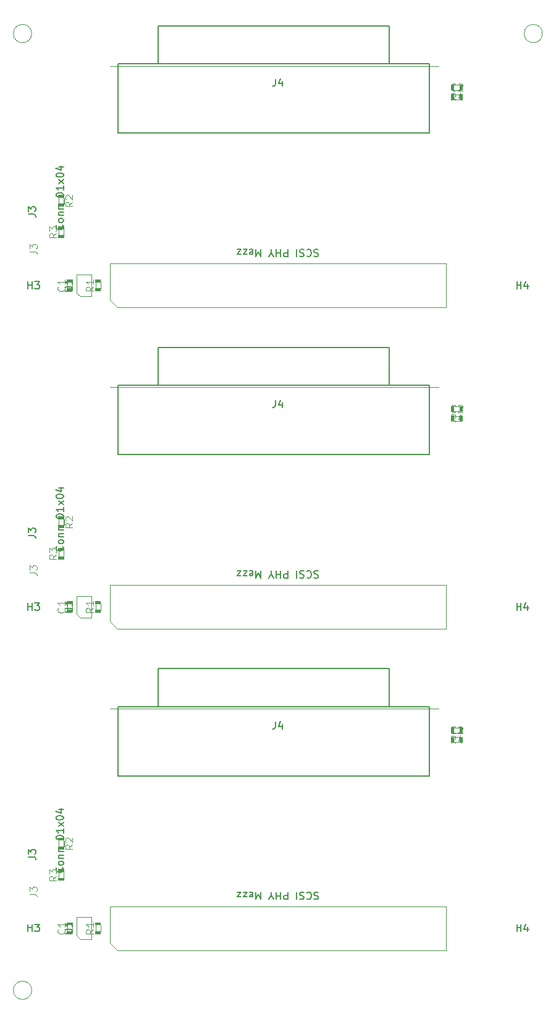
<source format=gbr>
G04 #@! TF.GenerationSoftware,KiCad,Pcbnew,8.0.6*
G04 #@! TF.CreationDate,2024-11-07T02:27:52-08:00*
G04 #@! TF.ProjectId,mse-68-vhdci-panel,6d73652d-3638-42d7-9668-6463692d7061,1*
G04 #@! TF.SameCoordinates,Original*
G04 #@! TF.FileFunction,AssemblyDrawing,Top*
%FSLAX46Y46*%
G04 Gerber Fmt 4.6, Leading zero omitted, Abs format (unit mm)*
G04 Created by KiCad (PCBNEW 8.0.6) date 2024-11-07 02:27:52*
%MOMM*%
%LPD*%
G01*
G04 APERTURE LIST*
%ADD10C,0.150000*%
%ADD11C,0.100000*%
%ADD12C,0.050000*%
%ADD13C,0.000000*%
%ADD14C,0.127000*%
G04 APERTURE END LIST*
D10*
X-66645182Y98240096D02*
X-65835659Y98240096D01*
X-65835659Y98240096D02*
X-65740421Y98287715D01*
X-65740421Y98287715D02*
X-65692801Y98335334D01*
X-65692801Y98335334D02*
X-65645182Y98430572D01*
X-65645182Y98430572D02*
X-65645182Y98621048D01*
X-65645182Y98621048D02*
X-65692801Y98716286D01*
X-65692801Y98716286D02*
X-65740421Y98763905D01*
X-65740421Y98763905D02*
X-65835659Y98811524D01*
X-65835659Y98811524D02*
X-66645182Y98811524D01*
X-65645182Y99811524D02*
X-65645182Y99240096D01*
X-65645182Y99525810D02*
X-66645182Y99525810D01*
X-66645182Y99525810D02*
X-66502325Y99430572D01*
X-66502325Y99430572D02*
X-66407087Y99335334D01*
X-66407087Y99335334D02*
X-66359468Y99240096D01*
D11*
X-66787819Y10835334D02*
X-66740199Y10787715D01*
X-66740199Y10787715D02*
X-66692580Y10644858D01*
X-66692580Y10644858D02*
X-66692580Y10549620D01*
X-66692580Y10549620D02*
X-66740199Y10406763D01*
X-66740199Y10406763D02*
X-66835438Y10311525D01*
X-66835438Y10311525D02*
X-66930676Y10263906D01*
X-66930676Y10263906D02*
X-67121152Y10216287D01*
X-67121152Y10216287D02*
X-67264009Y10216287D01*
X-67264009Y10216287D02*
X-67454485Y10263906D01*
X-67454485Y10263906D02*
X-67549723Y10311525D01*
X-67549723Y10311525D02*
X-67644961Y10406763D01*
X-67644961Y10406763D02*
X-67692580Y10549620D01*
X-67692580Y10549620D02*
X-67692580Y10644858D01*
X-67692580Y10644858D02*
X-67644961Y10787715D01*
X-67644961Y10787715D02*
X-67597342Y10835334D01*
X-66692580Y11787715D02*
X-66692580Y11216287D01*
X-66692580Y11502001D02*
X-67692580Y11502001D01*
X-67692580Y11502001D02*
X-67549723Y11406763D01*
X-67549723Y11406763D02*
X-67454485Y11311525D01*
X-67454485Y11311525D02*
X-67406866Y11216287D01*
X-62792580Y54835334D02*
X-63268771Y54502001D01*
X-62792580Y54263906D02*
X-63792580Y54263906D01*
X-63792580Y54263906D02*
X-63792580Y54644858D01*
X-63792580Y54644858D02*
X-63744961Y54740096D01*
X-63744961Y54740096D02*
X-63697342Y54787715D01*
X-63697342Y54787715D02*
X-63602104Y54835334D01*
X-63602104Y54835334D02*
X-63459247Y54835334D01*
X-63459247Y54835334D02*
X-63364009Y54787715D01*
X-63364009Y54787715D02*
X-63316390Y54740096D01*
X-63316390Y54740096D02*
X-63268771Y54644858D01*
X-63268771Y54644858D02*
X-63268771Y54263906D01*
X-62792580Y55787715D02*
X-62792580Y55216287D01*
X-62792580Y55502001D02*
X-63792580Y55502001D01*
X-63792580Y55502001D02*
X-63649723Y55406763D01*
X-63649723Y55406763D02*
X-63554485Y55311525D01*
X-63554485Y55311525D02*
X-63506866Y55216287D01*
D10*
X-31976191Y15909201D02*
X-32119048Y15956821D01*
X-32119048Y15956821D02*
X-32357143Y15956821D01*
X-32357143Y15956821D02*
X-32452381Y15909201D01*
X-32452381Y15909201D02*
X-32500000Y15861582D01*
X-32500000Y15861582D02*
X-32547619Y15766344D01*
X-32547619Y15766344D02*
X-32547619Y15671106D01*
X-32547619Y15671106D02*
X-32500000Y15575868D01*
X-32500000Y15575868D02*
X-32452381Y15528249D01*
X-32452381Y15528249D02*
X-32357143Y15480630D01*
X-32357143Y15480630D02*
X-32166667Y15433011D01*
X-32166667Y15433011D02*
X-32071429Y15385392D01*
X-32071429Y15385392D02*
X-32023810Y15337773D01*
X-32023810Y15337773D02*
X-31976191Y15242535D01*
X-31976191Y15242535D02*
X-31976191Y15147297D01*
X-31976191Y15147297D02*
X-32023810Y15052059D01*
X-32023810Y15052059D02*
X-32071429Y15004440D01*
X-32071429Y15004440D02*
X-32166667Y14956821D01*
X-32166667Y14956821D02*
X-32404762Y14956821D01*
X-32404762Y14956821D02*
X-32547619Y15004440D01*
X-33547619Y15861582D02*
X-33500000Y15909201D01*
X-33500000Y15909201D02*
X-33357143Y15956821D01*
X-33357143Y15956821D02*
X-33261905Y15956821D01*
X-33261905Y15956821D02*
X-33119048Y15909201D01*
X-33119048Y15909201D02*
X-33023810Y15813963D01*
X-33023810Y15813963D02*
X-32976191Y15718725D01*
X-32976191Y15718725D02*
X-32928572Y15528249D01*
X-32928572Y15528249D02*
X-32928572Y15385392D01*
X-32928572Y15385392D02*
X-32976191Y15194916D01*
X-32976191Y15194916D02*
X-33023810Y15099678D01*
X-33023810Y15099678D02*
X-33119048Y15004440D01*
X-33119048Y15004440D02*
X-33261905Y14956821D01*
X-33261905Y14956821D02*
X-33357143Y14956821D01*
X-33357143Y14956821D02*
X-33500000Y15004440D01*
X-33500000Y15004440D02*
X-33547619Y15052059D01*
X-33928572Y15909201D02*
X-34071429Y15956821D01*
X-34071429Y15956821D02*
X-34309524Y15956821D01*
X-34309524Y15956821D02*
X-34404762Y15909201D01*
X-34404762Y15909201D02*
X-34452381Y15861582D01*
X-34452381Y15861582D02*
X-34500000Y15766344D01*
X-34500000Y15766344D02*
X-34500000Y15671106D01*
X-34500000Y15671106D02*
X-34452381Y15575868D01*
X-34452381Y15575868D02*
X-34404762Y15528249D01*
X-34404762Y15528249D02*
X-34309524Y15480630D01*
X-34309524Y15480630D02*
X-34119048Y15433011D01*
X-34119048Y15433011D02*
X-34023810Y15385392D01*
X-34023810Y15385392D02*
X-33976191Y15337773D01*
X-33976191Y15337773D02*
X-33928572Y15242535D01*
X-33928572Y15242535D02*
X-33928572Y15147297D01*
X-33928572Y15147297D02*
X-33976191Y15052059D01*
X-33976191Y15052059D02*
X-34023810Y15004440D01*
X-34023810Y15004440D02*
X-34119048Y14956821D01*
X-34119048Y14956821D02*
X-34357143Y14956821D01*
X-34357143Y14956821D02*
X-34500000Y15004440D01*
X-34928572Y15956821D02*
X-34928572Y14956821D01*
X-36166667Y15956821D02*
X-36166667Y14956821D01*
X-36166667Y14956821D02*
X-36547619Y14956821D01*
X-36547619Y14956821D02*
X-36642857Y15004440D01*
X-36642857Y15004440D02*
X-36690476Y15052059D01*
X-36690476Y15052059D02*
X-36738095Y15147297D01*
X-36738095Y15147297D02*
X-36738095Y15290154D01*
X-36738095Y15290154D02*
X-36690476Y15385392D01*
X-36690476Y15385392D02*
X-36642857Y15433011D01*
X-36642857Y15433011D02*
X-36547619Y15480630D01*
X-36547619Y15480630D02*
X-36166667Y15480630D01*
X-37166667Y15956821D02*
X-37166667Y14956821D01*
X-37166667Y15433011D02*
X-37738095Y15433011D01*
X-37738095Y15956821D02*
X-37738095Y14956821D01*
X-38404762Y15480630D02*
X-38404762Y15956821D01*
X-38071429Y14956821D02*
X-38404762Y15480630D01*
X-38404762Y15480630D02*
X-38738095Y14956821D01*
X-39833334Y15956821D02*
X-39833334Y14956821D01*
X-39833334Y14956821D02*
X-40166667Y15671106D01*
X-40166667Y15671106D02*
X-40500000Y14956821D01*
X-40500000Y14956821D02*
X-40500000Y15956821D01*
X-41357143Y15909201D02*
X-41261905Y15956821D01*
X-41261905Y15956821D02*
X-41071429Y15956821D01*
X-41071429Y15956821D02*
X-40976191Y15909201D01*
X-40976191Y15909201D02*
X-40928572Y15813963D01*
X-40928572Y15813963D02*
X-40928572Y15433011D01*
X-40928572Y15433011D02*
X-40976191Y15337773D01*
X-40976191Y15337773D02*
X-41071429Y15290154D01*
X-41071429Y15290154D02*
X-41261905Y15290154D01*
X-41261905Y15290154D02*
X-41357143Y15337773D01*
X-41357143Y15337773D02*
X-41404762Y15433011D01*
X-41404762Y15433011D02*
X-41404762Y15528249D01*
X-41404762Y15528249D02*
X-40928572Y15623487D01*
X-41738096Y15290154D02*
X-42261905Y15290154D01*
X-42261905Y15290154D02*
X-41738096Y15956821D01*
X-41738096Y15956821D02*
X-42261905Y15956821D01*
X-42547620Y15290154D02*
X-43071429Y15290154D01*
X-43071429Y15290154D02*
X-42547620Y15956821D01*
X-42547620Y15956821D02*
X-43071429Y15956821D01*
D11*
X-71542581Y103668667D02*
X-70828296Y103668667D01*
X-70828296Y103668667D02*
X-70685439Y103621048D01*
X-70685439Y103621048D02*
X-70590200Y103525810D01*
X-70590200Y103525810D02*
X-70542581Y103382953D01*
X-70542581Y103382953D02*
X-70542581Y103287715D01*
X-71542581Y104049620D02*
X-71542581Y104668667D01*
X-71542581Y104668667D02*
X-71161629Y104335334D01*
X-71161629Y104335334D02*
X-71161629Y104478191D01*
X-71161629Y104478191D02*
X-71114010Y104573429D01*
X-71114010Y104573429D02*
X-71066391Y104621048D01*
X-71066391Y104621048D02*
X-70971153Y104668667D01*
X-70971153Y104668667D02*
X-70733058Y104668667D01*
X-70733058Y104668667D02*
X-70637820Y104621048D01*
X-70637820Y104621048D02*
X-70590200Y104573429D01*
X-70590200Y104573429D02*
X-70542581Y104478191D01*
X-70542581Y104478191D02*
X-70542581Y104192477D01*
X-70542581Y104192477D02*
X-70590200Y104097239D01*
X-70590200Y104097239D02*
X-70637820Y104049620D01*
D10*
X-67000421Y107273905D02*
X-66952801Y107226286D01*
X-66952801Y107226286D02*
X-66905182Y107083429D01*
X-66905182Y107083429D02*
X-66905182Y106988191D01*
X-66905182Y106988191D02*
X-66952801Y106845334D01*
X-66952801Y106845334D02*
X-67048040Y106750096D01*
X-67048040Y106750096D02*
X-67143278Y106702477D01*
X-67143278Y106702477D02*
X-67333754Y106654858D01*
X-67333754Y106654858D02*
X-67476611Y106654858D01*
X-67476611Y106654858D02*
X-67667087Y106702477D01*
X-67667087Y106702477D02*
X-67762325Y106750096D01*
X-67762325Y106750096D02*
X-67857563Y106845334D01*
X-67857563Y106845334D02*
X-67905182Y106988191D01*
X-67905182Y106988191D02*
X-67905182Y107083429D01*
X-67905182Y107083429D02*
X-67857563Y107226286D01*
X-67857563Y107226286D02*
X-67809944Y107273905D01*
X-66905182Y107845334D02*
X-66952801Y107750096D01*
X-66952801Y107750096D02*
X-67000421Y107702477D01*
X-67000421Y107702477D02*
X-67095659Y107654858D01*
X-67095659Y107654858D02*
X-67381373Y107654858D01*
X-67381373Y107654858D02*
X-67476611Y107702477D01*
X-67476611Y107702477D02*
X-67524230Y107750096D01*
X-67524230Y107750096D02*
X-67571849Y107845334D01*
X-67571849Y107845334D02*
X-67571849Y107988191D01*
X-67571849Y107988191D02*
X-67524230Y108083429D01*
X-67524230Y108083429D02*
X-67476611Y108131048D01*
X-67476611Y108131048D02*
X-67381373Y108178667D01*
X-67381373Y108178667D02*
X-67095659Y108178667D01*
X-67095659Y108178667D02*
X-67000421Y108131048D01*
X-67000421Y108131048D02*
X-66952801Y108083429D01*
X-66952801Y108083429D02*
X-66905182Y107988191D01*
X-66905182Y107988191D02*
X-66905182Y107845334D01*
X-67571849Y108607239D02*
X-66905182Y108607239D01*
X-67476611Y108607239D02*
X-67524230Y108654858D01*
X-67524230Y108654858D02*
X-67571849Y108750096D01*
X-67571849Y108750096D02*
X-67571849Y108892953D01*
X-67571849Y108892953D02*
X-67524230Y108988191D01*
X-67524230Y108988191D02*
X-67428992Y109035810D01*
X-67428992Y109035810D02*
X-66905182Y109035810D01*
X-67571849Y109512001D02*
X-66905182Y109512001D01*
X-67476611Y109512001D02*
X-67524230Y109559620D01*
X-67524230Y109559620D02*
X-67571849Y109654858D01*
X-67571849Y109654858D02*
X-67571849Y109797715D01*
X-67571849Y109797715D02*
X-67524230Y109892953D01*
X-67524230Y109892953D02*
X-67428992Y109940572D01*
X-67428992Y109940572D02*
X-66905182Y109940572D01*
X-66809944Y110178667D02*
X-66809944Y110940572D01*
X-67905182Y111369144D02*
X-67905182Y111464382D01*
X-67905182Y111464382D02*
X-67857563Y111559620D01*
X-67857563Y111559620D02*
X-67809944Y111607239D01*
X-67809944Y111607239D02*
X-67714706Y111654858D01*
X-67714706Y111654858D02*
X-67524230Y111702477D01*
X-67524230Y111702477D02*
X-67286135Y111702477D01*
X-67286135Y111702477D02*
X-67095659Y111654858D01*
X-67095659Y111654858D02*
X-67000421Y111607239D01*
X-67000421Y111607239D02*
X-66952801Y111559620D01*
X-66952801Y111559620D02*
X-66905182Y111464382D01*
X-66905182Y111464382D02*
X-66905182Y111369144D01*
X-66905182Y111369144D02*
X-66952801Y111273906D01*
X-66952801Y111273906D02*
X-67000421Y111226287D01*
X-67000421Y111226287D02*
X-67095659Y111178668D01*
X-67095659Y111178668D02*
X-67286135Y111131049D01*
X-67286135Y111131049D02*
X-67524230Y111131049D01*
X-67524230Y111131049D02*
X-67714706Y111178668D01*
X-67714706Y111178668D02*
X-67809944Y111226287D01*
X-67809944Y111226287D02*
X-67857563Y111273906D01*
X-67857563Y111273906D02*
X-67905182Y111369144D01*
X-66905182Y112654858D02*
X-66905182Y112083430D01*
X-66905182Y112369144D02*
X-67905182Y112369144D01*
X-67905182Y112369144D02*
X-67762325Y112273906D01*
X-67762325Y112273906D02*
X-67667087Y112178668D01*
X-67667087Y112178668D02*
X-67619468Y112083430D01*
X-66905182Y112988192D02*
X-67571849Y113512001D01*
X-67571849Y112988192D02*
X-66905182Y113512001D01*
X-67905182Y114083430D02*
X-67905182Y114178668D01*
X-67905182Y114178668D02*
X-67857563Y114273906D01*
X-67857563Y114273906D02*
X-67809944Y114321525D01*
X-67809944Y114321525D02*
X-67714706Y114369144D01*
X-67714706Y114369144D02*
X-67524230Y114416763D01*
X-67524230Y114416763D02*
X-67286135Y114416763D01*
X-67286135Y114416763D02*
X-67095659Y114369144D01*
X-67095659Y114369144D02*
X-67000421Y114321525D01*
X-67000421Y114321525D02*
X-66952801Y114273906D01*
X-66952801Y114273906D02*
X-66905182Y114178668D01*
X-66905182Y114178668D02*
X-66905182Y114083430D01*
X-66905182Y114083430D02*
X-66952801Y113988192D01*
X-66952801Y113988192D02*
X-67000421Y113940573D01*
X-67000421Y113940573D02*
X-67095659Y113892954D01*
X-67095659Y113892954D02*
X-67286135Y113845335D01*
X-67286135Y113845335D02*
X-67524230Y113845335D01*
X-67524230Y113845335D02*
X-67714706Y113892954D01*
X-67714706Y113892954D02*
X-67809944Y113940573D01*
X-67809944Y113940573D02*
X-67857563Y113988192D01*
X-67857563Y113988192D02*
X-67905182Y114083430D01*
X-67571849Y115273906D02*
X-66905182Y115273906D01*
X-67952801Y115035811D02*
X-67238516Y114797716D01*
X-67238516Y114797716D02*
X-67238516Y115416763D01*
X-71715181Y108773667D02*
X-71000896Y108773667D01*
X-71000896Y108773667D02*
X-70858039Y108726048D01*
X-70858039Y108726048D02*
X-70762800Y108630810D01*
X-70762800Y108630810D02*
X-70715181Y108487953D01*
X-70715181Y108487953D02*
X-70715181Y108392715D01*
X-71715181Y109154620D02*
X-71715181Y109773667D01*
X-71715181Y109773667D02*
X-71334229Y109440334D01*
X-71334229Y109440334D02*
X-71334229Y109583191D01*
X-71334229Y109583191D02*
X-71286610Y109678429D01*
X-71286610Y109678429D02*
X-71238991Y109726048D01*
X-71238991Y109726048D02*
X-71143753Y109773667D01*
X-71143753Y109773667D02*
X-70905658Y109773667D01*
X-70905658Y109773667D02*
X-70810420Y109726048D01*
X-70810420Y109726048D02*
X-70762800Y109678429D01*
X-70762800Y109678429D02*
X-70715181Y109583191D01*
X-70715181Y109583191D02*
X-70715181Y109297477D01*
X-70715181Y109297477D02*
X-70762800Y109202239D01*
X-70762800Y109202239D02*
X-70810420Y109154620D01*
X-71761905Y10547181D02*
X-71761905Y11547181D01*
X-71761905Y11070991D02*
X-71190477Y11070991D01*
X-71190477Y10547181D02*
X-71190477Y11547181D01*
X-70809524Y11547181D02*
X-70190477Y11547181D01*
X-70190477Y11547181D02*
X-70523810Y11166229D01*
X-70523810Y11166229D02*
X-70380953Y11166229D01*
X-70380953Y11166229D02*
X-70285715Y11118610D01*
X-70285715Y11118610D02*
X-70238096Y11070991D01*
X-70238096Y11070991D02*
X-70190477Y10975753D01*
X-70190477Y10975753D02*
X-70190477Y10737658D01*
X-70190477Y10737658D02*
X-70238096Y10642420D01*
X-70238096Y10642420D02*
X-70285715Y10594800D01*
X-70285715Y10594800D02*
X-70380953Y10547181D01*
X-70380953Y10547181D02*
X-70666667Y10547181D01*
X-70666667Y10547181D02*
X-70761905Y10594800D01*
X-70761905Y10594800D02*
X-70809524Y10642420D01*
D11*
X-71542581Y59668667D02*
X-70828296Y59668667D01*
X-70828296Y59668667D02*
X-70685439Y59621048D01*
X-70685439Y59621048D02*
X-70590200Y59525810D01*
X-70590200Y59525810D02*
X-70542581Y59382953D01*
X-70542581Y59382953D02*
X-70542581Y59287715D01*
X-71542581Y60049620D02*
X-71542581Y60668667D01*
X-71542581Y60668667D02*
X-71161629Y60335334D01*
X-71161629Y60335334D02*
X-71161629Y60478191D01*
X-71161629Y60478191D02*
X-71114010Y60573429D01*
X-71114010Y60573429D02*
X-71066391Y60621048D01*
X-71066391Y60621048D02*
X-70971153Y60668667D01*
X-70971153Y60668667D02*
X-70733058Y60668667D01*
X-70733058Y60668667D02*
X-70637820Y60621048D01*
X-70637820Y60621048D02*
X-70590200Y60573429D01*
X-70590200Y60573429D02*
X-70542581Y60478191D01*
X-70542581Y60478191D02*
X-70542581Y60192477D01*
X-70542581Y60192477D02*
X-70590200Y60097239D01*
X-70590200Y60097239D02*
X-70637820Y60049620D01*
D10*
X-67000421Y63273905D02*
X-66952801Y63226286D01*
X-66952801Y63226286D02*
X-66905182Y63083429D01*
X-66905182Y63083429D02*
X-66905182Y62988191D01*
X-66905182Y62988191D02*
X-66952801Y62845334D01*
X-66952801Y62845334D02*
X-67048040Y62750096D01*
X-67048040Y62750096D02*
X-67143278Y62702477D01*
X-67143278Y62702477D02*
X-67333754Y62654858D01*
X-67333754Y62654858D02*
X-67476611Y62654858D01*
X-67476611Y62654858D02*
X-67667087Y62702477D01*
X-67667087Y62702477D02*
X-67762325Y62750096D01*
X-67762325Y62750096D02*
X-67857563Y62845334D01*
X-67857563Y62845334D02*
X-67905182Y62988191D01*
X-67905182Y62988191D02*
X-67905182Y63083429D01*
X-67905182Y63083429D02*
X-67857563Y63226286D01*
X-67857563Y63226286D02*
X-67809944Y63273905D01*
X-66905182Y63845334D02*
X-66952801Y63750096D01*
X-66952801Y63750096D02*
X-67000421Y63702477D01*
X-67000421Y63702477D02*
X-67095659Y63654858D01*
X-67095659Y63654858D02*
X-67381373Y63654858D01*
X-67381373Y63654858D02*
X-67476611Y63702477D01*
X-67476611Y63702477D02*
X-67524230Y63750096D01*
X-67524230Y63750096D02*
X-67571849Y63845334D01*
X-67571849Y63845334D02*
X-67571849Y63988191D01*
X-67571849Y63988191D02*
X-67524230Y64083429D01*
X-67524230Y64083429D02*
X-67476611Y64131048D01*
X-67476611Y64131048D02*
X-67381373Y64178667D01*
X-67381373Y64178667D02*
X-67095659Y64178667D01*
X-67095659Y64178667D02*
X-67000421Y64131048D01*
X-67000421Y64131048D02*
X-66952801Y64083429D01*
X-66952801Y64083429D02*
X-66905182Y63988191D01*
X-66905182Y63988191D02*
X-66905182Y63845334D01*
X-67571849Y64607239D02*
X-66905182Y64607239D01*
X-67476611Y64607239D02*
X-67524230Y64654858D01*
X-67524230Y64654858D02*
X-67571849Y64750096D01*
X-67571849Y64750096D02*
X-67571849Y64892953D01*
X-67571849Y64892953D02*
X-67524230Y64988191D01*
X-67524230Y64988191D02*
X-67428992Y65035810D01*
X-67428992Y65035810D02*
X-66905182Y65035810D01*
X-67571849Y65512001D02*
X-66905182Y65512001D01*
X-67476611Y65512001D02*
X-67524230Y65559620D01*
X-67524230Y65559620D02*
X-67571849Y65654858D01*
X-67571849Y65654858D02*
X-67571849Y65797715D01*
X-67571849Y65797715D02*
X-67524230Y65892953D01*
X-67524230Y65892953D02*
X-67428992Y65940572D01*
X-67428992Y65940572D02*
X-66905182Y65940572D01*
X-66809944Y66178667D02*
X-66809944Y66940572D01*
X-67905182Y67369144D02*
X-67905182Y67464382D01*
X-67905182Y67464382D02*
X-67857563Y67559620D01*
X-67857563Y67559620D02*
X-67809944Y67607239D01*
X-67809944Y67607239D02*
X-67714706Y67654858D01*
X-67714706Y67654858D02*
X-67524230Y67702477D01*
X-67524230Y67702477D02*
X-67286135Y67702477D01*
X-67286135Y67702477D02*
X-67095659Y67654858D01*
X-67095659Y67654858D02*
X-67000421Y67607239D01*
X-67000421Y67607239D02*
X-66952801Y67559620D01*
X-66952801Y67559620D02*
X-66905182Y67464382D01*
X-66905182Y67464382D02*
X-66905182Y67369144D01*
X-66905182Y67369144D02*
X-66952801Y67273906D01*
X-66952801Y67273906D02*
X-67000421Y67226287D01*
X-67000421Y67226287D02*
X-67095659Y67178668D01*
X-67095659Y67178668D02*
X-67286135Y67131049D01*
X-67286135Y67131049D02*
X-67524230Y67131049D01*
X-67524230Y67131049D02*
X-67714706Y67178668D01*
X-67714706Y67178668D02*
X-67809944Y67226287D01*
X-67809944Y67226287D02*
X-67857563Y67273906D01*
X-67857563Y67273906D02*
X-67905182Y67369144D01*
X-66905182Y68654858D02*
X-66905182Y68083430D01*
X-66905182Y68369144D02*
X-67905182Y68369144D01*
X-67905182Y68369144D02*
X-67762325Y68273906D01*
X-67762325Y68273906D02*
X-67667087Y68178668D01*
X-67667087Y68178668D02*
X-67619468Y68083430D01*
X-66905182Y68988192D02*
X-67571849Y69512001D01*
X-67571849Y68988192D02*
X-66905182Y69512001D01*
X-67905182Y70083430D02*
X-67905182Y70178668D01*
X-67905182Y70178668D02*
X-67857563Y70273906D01*
X-67857563Y70273906D02*
X-67809944Y70321525D01*
X-67809944Y70321525D02*
X-67714706Y70369144D01*
X-67714706Y70369144D02*
X-67524230Y70416763D01*
X-67524230Y70416763D02*
X-67286135Y70416763D01*
X-67286135Y70416763D02*
X-67095659Y70369144D01*
X-67095659Y70369144D02*
X-67000421Y70321525D01*
X-67000421Y70321525D02*
X-66952801Y70273906D01*
X-66952801Y70273906D02*
X-66905182Y70178668D01*
X-66905182Y70178668D02*
X-66905182Y70083430D01*
X-66905182Y70083430D02*
X-66952801Y69988192D01*
X-66952801Y69988192D02*
X-67000421Y69940573D01*
X-67000421Y69940573D02*
X-67095659Y69892954D01*
X-67095659Y69892954D02*
X-67286135Y69845335D01*
X-67286135Y69845335D02*
X-67524230Y69845335D01*
X-67524230Y69845335D02*
X-67714706Y69892954D01*
X-67714706Y69892954D02*
X-67809944Y69940573D01*
X-67809944Y69940573D02*
X-67857563Y69988192D01*
X-67857563Y69988192D02*
X-67905182Y70083430D01*
X-67571849Y71273906D02*
X-66905182Y71273906D01*
X-67952801Y71035811D02*
X-67238516Y70797716D01*
X-67238516Y70797716D02*
X-67238516Y71416763D01*
X-71715181Y64773667D02*
X-71000896Y64773667D01*
X-71000896Y64773667D02*
X-70858039Y64726048D01*
X-70858039Y64726048D02*
X-70762800Y64630810D01*
X-70762800Y64630810D02*
X-70715181Y64487953D01*
X-70715181Y64487953D02*
X-70715181Y64392715D01*
X-71715181Y65154620D02*
X-71715181Y65773667D01*
X-71715181Y65773667D02*
X-71334229Y65440334D01*
X-71334229Y65440334D02*
X-71334229Y65583191D01*
X-71334229Y65583191D02*
X-71286610Y65678429D01*
X-71286610Y65678429D02*
X-71238991Y65726048D01*
X-71238991Y65726048D02*
X-71143753Y65773667D01*
X-71143753Y65773667D02*
X-70905658Y65773667D01*
X-70905658Y65773667D02*
X-70810420Y65726048D01*
X-70810420Y65726048D02*
X-70762800Y65678429D01*
X-70762800Y65678429D02*
X-70715181Y65583191D01*
X-70715181Y65583191D02*
X-70715181Y65297477D01*
X-70715181Y65297477D02*
X-70762800Y65202239D01*
X-70762800Y65202239D02*
X-70810420Y65154620D01*
D11*
X-65642582Y110435334D02*
X-66118773Y110102001D01*
X-65642582Y109863906D02*
X-66642582Y109863906D01*
X-66642582Y109863906D02*
X-66642582Y110244858D01*
X-66642582Y110244858D02*
X-66594963Y110340096D01*
X-66594963Y110340096D02*
X-66547344Y110387715D01*
X-66547344Y110387715D02*
X-66452106Y110435334D01*
X-66452106Y110435334D02*
X-66309249Y110435334D01*
X-66309249Y110435334D02*
X-66214011Y110387715D01*
X-66214011Y110387715D02*
X-66166392Y110340096D01*
X-66166392Y110340096D02*
X-66118773Y110244858D01*
X-66118773Y110244858D02*
X-66118773Y109863906D01*
X-66547344Y110816287D02*
X-66594963Y110863906D01*
X-66594963Y110863906D02*
X-66642582Y110959144D01*
X-66642582Y110959144D02*
X-66642582Y111197239D01*
X-66642582Y111197239D02*
X-66594963Y111292477D01*
X-66594963Y111292477D02*
X-66547344Y111340096D01*
X-66547344Y111340096D02*
X-66452106Y111387715D01*
X-66452106Y111387715D02*
X-66356868Y111387715D01*
X-66356868Y111387715D02*
X-66214011Y111340096D01*
X-66214011Y111340096D02*
X-65642582Y110768668D01*
X-65642582Y110768668D02*
X-65642582Y111387715D01*
X-62792580Y10835334D02*
X-63268771Y10502001D01*
X-62792580Y10263906D02*
X-63792580Y10263906D01*
X-63792580Y10263906D02*
X-63792580Y10644858D01*
X-63792580Y10644858D02*
X-63744961Y10740096D01*
X-63744961Y10740096D02*
X-63697342Y10787715D01*
X-63697342Y10787715D02*
X-63602104Y10835334D01*
X-63602104Y10835334D02*
X-63459247Y10835334D01*
X-63459247Y10835334D02*
X-63364009Y10787715D01*
X-63364009Y10787715D02*
X-63316390Y10740096D01*
X-63316390Y10740096D02*
X-63268771Y10644858D01*
X-63268771Y10644858D02*
X-63268771Y10263906D01*
X-62792580Y11787715D02*
X-62792580Y11216287D01*
X-62792580Y11502001D02*
X-63792580Y11502001D01*
X-63792580Y11502001D02*
X-63649723Y11406763D01*
X-63649723Y11406763D02*
X-63554485Y11311525D01*
X-63554485Y11311525D02*
X-63506866Y11216287D01*
D10*
X-37833334Y39297181D02*
X-37833334Y38582896D01*
X-37833334Y38582896D02*
X-37880953Y38440039D01*
X-37880953Y38440039D02*
X-37976191Y38344800D01*
X-37976191Y38344800D02*
X-38119048Y38297181D01*
X-38119048Y38297181D02*
X-38214286Y38297181D01*
X-36928572Y38963848D02*
X-36928572Y38297181D01*
X-37166667Y39344800D02*
X-37404762Y38630515D01*
X-37404762Y38630515D02*
X-36785715Y38630515D01*
X-37833334Y127297181D02*
X-37833334Y126582896D01*
X-37833334Y126582896D02*
X-37880953Y126440039D01*
X-37880953Y126440039D02*
X-37976191Y126344800D01*
X-37976191Y126344800D02*
X-38119048Y126297181D01*
X-38119048Y126297181D02*
X-38214286Y126297181D01*
X-36928572Y126963848D02*
X-36928572Y126297181D01*
X-37166667Y127344800D02*
X-37404762Y126630515D01*
X-37404762Y126630515D02*
X-36785715Y126630515D01*
D11*
X-65642582Y66435334D02*
X-66118773Y66102001D01*
X-65642582Y65863906D02*
X-66642582Y65863906D01*
X-66642582Y65863906D02*
X-66642582Y66244858D01*
X-66642582Y66244858D02*
X-66594963Y66340096D01*
X-66594963Y66340096D02*
X-66547344Y66387715D01*
X-66547344Y66387715D02*
X-66452106Y66435334D01*
X-66452106Y66435334D02*
X-66309249Y66435334D01*
X-66309249Y66435334D02*
X-66214011Y66387715D01*
X-66214011Y66387715D02*
X-66166392Y66340096D01*
X-66166392Y66340096D02*
X-66118773Y66244858D01*
X-66118773Y66244858D02*
X-66118773Y65863906D01*
X-66547344Y66816287D02*
X-66594963Y66863906D01*
X-66594963Y66863906D02*
X-66642582Y66959144D01*
X-66642582Y66959144D02*
X-66642582Y67197239D01*
X-66642582Y67197239D02*
X-66594963Y67292477D01*
X-66594963Y67292477D02*
X-66547344Y67340096D01*
X-66547344Y67340096D02*
X-66452106Y67387715D01*
X-66452106Y67387715D02*
X-66356868Y67387715D01*
X-66356868Y67387715D02*
X-66214011Y67340096D01*
X-66214011Y67340096D02*
X-65642582Y66768668D01*
X-65642582Y66768668D02*
X-65642582Y67387715D01*
X-67842580Y62135334D02*
X-68318771Y61802001D01*
X-67842580Y61563906D02*
X-68842580Y61563906D01*
X-68842580Y61563906D02*
X-68842580Y61944858D01*
X-68842580Y61944858D02*
X-68794961Y62040096D01*
X-68794961Y62040096D02*
X-68747342Y62087715D01*
X-68747342Y62087715D02*
X-68652104Y62135334D01*
X-68652104Y62135334D02*
X-68509247Y62135334D01*
X-68509247Y62135334D02*
X-68414009Y62087715D01*
X-68414009Y62087715D02*
X-68366390Y62040096D01*
X-68366390Y62040096D02*
X-68318771Y61944858D01*
X-68318771Y61944858D02*
X-68318771Y61563906D01*
X-68842580Y62468668D02*
X-68842580Y63087715D01*
X-68842580Y63087715D02*
X-68461628Y62754382D01*
X-68461628Y62754382D02*
X-68461628Y62897239D01*
X-68461628Y62897239D02*
X-68414009Y62992477D01*
X-68414009Y62992477D02*
X-68366390Y63040096D01*
X-68366390Y63040096D02*
X-68271152Y63087715D01*
X-68271152Y63087715D02*
X-68033057Y63087715D01*
X-68033057Y63087715D02*
X-67937819Y63040096D01*
X-67937819Y63040096D02*
X-67890199Y62992477D01*
X-67890199Y62992477D02*
X-67842580Y62897239D01*
X-67842580Y62897239D02*
X-67842580Y62611525D01*
X-67842580Y62611525D02*
X-67890199Y62516287D01*
X-67890199Y62516287D02*
X-67937819Y62468668D01*
D10*
X-31976191Y103909201D02*
X-32119048Y103956821D01*
X-32119048Y103956821D02*
X-32357143Y103956821D01*
X-32357143Y103956821D02*
X-32452381Y103909201D01*
X-32452381Y103909201D02*
X-32500000Y103861582D01*
X-32500000Y103861582D02*
X-32547619Y103766344D01*
X-32547619Y103766344D02*
X-32547619Y103671106D01*
X-32547619Y103671106D02*
X-32500000Y103575868D01*
X-32500000Y103575868D02*
X-32452381Y103528249D01*
X-32452381Y103528249D02*
X-32357143Y103480630D01*
X-32357143Y103480630D02*
X-32166667Y103433011D01*
X-32166667Y103433011D02*
X-32071429Y103385392D01*
X-32071429Y103385392D02*
X-32023810Y103337773D01*
X-32023810Y103337773D02*
X-31976191Y103242535D01*
X-31976191Y103242535D02*
X-31976191Y103147297D01*
X-31976191Y103147297D02*
X-32023810Y103052059D01*
X-32023810Y103052059D02*
X-32071429Y103004440D01*
X-32071429Y103004440D02*
X-32166667Y102956821D01*
X-32166667Y102956821D02*
X-32404762Y102956821D01*
X-32404762Y102956821D02*
X-32547619Y103004440D01*
X-33547619Y103861582D02*
X-33500000Y103909201D01*
X-33500000Y103909201D02*
X-33357143Y103956821D01*
X-33357143Y103956821D02*
X-33261905Y103956821D01*
X-33261905Y103956821D02*
X-33119048Y103909201D01*
X-33119048Y103909201D02*
X-33023810Y103813963D01*
X-33023810Y103813963D02*
X-32976191Y103718725D01*
X-32976191Y103718725D02*
X-32928572Y103528249D01*
X-32928572Y103528249D02*
X-32928572Y103385392D01*
X-32928572Y103385392D02*
X-32976191Y103194916D01*
X-32976191Y103194916D02*
X-33023810Y103099678D01*
X-33023810Y103099678D02*
X-33119048Y103004440D01*
X-33119048Y103004440D02*
X-33261905Y102956821D01*
X-33261905Y102956821D02*
X-33357143Y102956821D01*
X-33357143Y102956821D02*
X-33500000Y103004440D01*
X-33500000Y103004440D02*
X-33547619Y103052059D01*
X-33928572Y103909201D02*
X-34071429Y103956821D01*
X-34071429Y103956821D02*
X-34309524Y103956821D01*
X-34309524Y103956821D02*
X-34404762Y103909201D01*
X-34404762Y103909201D02*
X-34452381Y103861582D01*
X-34452381Y103861582D02*
X-34500000Y103766344D01*
X-34500000Y103766344D02*
X-34500000Y103671106D01*
X-34500000Y103671106D02*
X-34452381Y103575868D01*
X-34452381Y103575868D02*
X-34404762Y103528249D01*
X-34404762Y103528249D02*
X-34309524Y103480630D01*
X-34309524Y103480630D02*
X-34119048Y103433011D01*
X-34119048Y103433011D02*
X-34023810Y103385392D01*
X-34023810Y103385392D02*
X-33976191Y103337773D01*
X-33976191Y103337773D02*
X-33928572Y103242535D01*
X-33928572Y103242535D02*
X-33928572Y103147297D01*
X-33928572Y103147297D02*
X-33976191Y103052059D01*
X-33976191Y103052059D02*
X-34023810Y103004440D01*
X-34023810Y103004440D02*
X-34119048Y102956821D01*
X-34119048Y102956821D02*
X-34357143Y102956821D01*
X-34357143Y102956821D02*
X-34500000Y103004440D01*
X-34928572Y103956821D02*
X-34928572Y102956821D01*
X-36166667Y103956821D02*
X-36166667Y102956821D01*
X-36166667Y102956821D02*
X-36547619Y102956821D01*
X-36547619Y102956821D02*
X-36642857Y103004440D01*
X-36642857Y103004440D02*
X-36690476Y103052059D01*
X-36690476Y103052059D02*
X-36738095Y103147297D01*
X-36738095Y103147297D02*
X-36738095Y103290154D01*
X-36738095Y103290154D02*
X-36690476Y103385392D01*
X-36690476Y103385392D02*
X-36642857Y103433011D01*
X-36642857Y103433011D02*
X-36547619Y103480630D01*
X-36547619Y103480630D02*
X-36166667Y103480630D01*
X-37166667Y103956821D02*
X-37166667Y102956821D01*
X-37166667Y103433011D02*
X-37738095Y103433011D01*
X-37738095Y103956821D02*
X-37738095Y102956821D01*
X-38404762Y103480630D02*
X-38404762Y103956821D01*
X-38071429Y102956821D02*
X-38404762Y103480630D01*
X-38404762Y103480630D02*
X-38738095Y102956821D01*
X-39833334Y103956821D02*
X-39833334Y102956821D01*
X-39833334Y102956821D02*
X-40166667Y103671106D01*
X-40166667Y103671106D02*
X-40500000Y102956821D01*
X-40500000Y102956821D02*
X-40500000Y103956821D01*
X-41357143Y103909201D02*
X-41261905Y103956821D01*
X-41261905Y103956821D02*
X-41071429Y103956821D01*
X-41071429Y103956821D02*
X-40976191Y103909201D01*
X-40976191Y103909201D02*
X-40928572Y103813963D01*
X-40928572Y103813963D02*
X-40928572Y103433011D01*
X-40928572Y103433011D02*
X-40976191Y103337773D01*
X-40976191Y103337773D02*
X-41071429Y103290154D01*
X-41071429Y103290154D02*
X-41261905Y103290154D01*
X-41261905Y103290154D02*
X-41357143Y103337773D01*
X-41357143Y103337773D02*
X-41404762Y103433011D01*
X-41404762Y103433011D02*
X-41404762Y103528249D01*
X-41404762Y103528249D02*
X-40928572Y103623487D01*
X-41738096Y103290154D02*
X-42261905Y103290154D01*
X-42261905Y103290154D02*
X-41738096Y103956821D01*
X-41738096Y103956821D02*
X-42261905Y103956821D01*
X-42547620Y103290154D02*
X-43071429Y103290154D01*
X-43071429Y103290154D02*
X-42547620Y103956821D01*
X-42547620Y103956821D02*
X-43071429Y103956821D01*
D11*
X-62792580Y98835334D02*
X-63268771Y98502001D01*
X-62792580Y98263906D02*
X-63792580Y98263906D01*
X-63792580Y98263906D02*
X-63792580Y98644858D01*
X-63792580Y98644858D02*
X-63744961Y98740096D01*
X-63744961Y98740096D02*
X-63697342Y98787715D01*
X-63697342Y98787715D02*
X-63602104Y98835334D01*
X-63602104Y98835334D02*
X-63459247Y98835334D01*
X-63459247Y98835334D02*
X-63364009Y98787715D01*
X-63364009Y98787715D02*
X-63316390Y98740096D01*
X-63316390Y98740096D02*
X-63268771Y98644858D01*
X-63268771Y98644858D02*
X-63268771Y98263906D01*
X-62792580Y99787715D02*
X-62792580Y99216287D01*
X-62792580Y99502001D02*
X-63792580Y99502001D01*
X-63792580Y99502001D02*
X-63649723Y99406763D01*
X-63649723Y99406763D02*
X-63554485Y99311525D01*
X-63554485Y99311525D02*
X-63506866Y99216287D01*
X-67842580Y106135334D02*
X-68318771Y105802001D01*
X-67842580Y105563906D02*
X-68842580Y105563906D01*
X-68842580Y105563906D02*
X-68842580Y105944858D01*
X-68842580Y105944858D02*
X-68794961Y106040096D01*
X-68794961Y106040096D02*
X-68747342Y106087715D01*
X-68747342Y106087715D02*
X-68652104Y106135334D01*
X-68652104Y106135334D02*
X-68509247Y106135334D01*
X-68509247Y106135334D02*
X-68414009Y106087715D01*
X-68414009Y106087715D02*
X-68366390Y106040096D01*
X-68366390Y106040096D02*
X-68318771Y105944858D01*
X-68318771Y105944858D02*
X-68318771Y105563906D01*
X-68842580Y106468668D02*
X-68842580Y107087715D01*
X-68842580Y107087715D02*
X-68461628Y106754382D01*
X-68461628Y106754382D02*
X-68461628Y106897239D01*
X-68461628Y106897239D02*
X-68414009Y106992477D01*
X-68414009Y106992477D02*
X-68366390Y107040096D01*
X-68366390Y107040096D02*
X-68271152Y107087715D01*
X-68271152Y107087715D02*
X-68033057Y107087715D01*
X-68033057Y107087715D02*
X-67937819Y107040096D01*
X-67937819Y107040096D02*
X-67890199Y106992477D01*
X-67890199Y106992477D02*
X-67842580Y106897239D01*
X-67842580Y106897239D02*
X-67842580Y106611525D01*
X-67842580Y106611525D02*
X-67890199Y106516287D01*
X-67890199Y106516287D02*
X-67937819Y106468668D01*
X-13166667Y80344581D02*
X-13500000Y80820772D01*
X-13738095Y80344581D02*
X-13738095Y81344581D01*
X-13738095Y81344581D02*
X-13357143Y81344581D01*
X-13357143Y81344581D02*
X-13261905Y81296962D01*
X-13261905Y81296962D02*
X-13214286Y81249343D01*
X-13214286Y81249343D02*
X-13166667Y81154105D01*
X-13166667Y81154105D02*
X-13166667Y81011248D01*
X-13166667Y81011248D02*
X-13214286Y80916010D01*
X-13214286Y80916010D02*
X-13261905Y80868391D01*
X-13261905Y80868391D02*
X-13357143Y80820772D01*
X-13357143Y80820772D02*
X-13738095Y80820772D01*
X-12309524Y81011248D02*
X-12309524Y80344581D01*
X-12547619Y81392200D02*
X-12785714Y80677915D01*
X-12785714Y80677915D02*
X-12166667Y80677915D01*
D10*
X-71761905Y98547181D02*
X-71761905Y99547181D01*
X-71761905Y99070991D02*
X-71190477Y99070991D01*
X-71190477Y98547181D02*
X-71190477Y99547181D01*
X-70809524Y99547181D02*
X-70190477Y99547181D01*
X-70190477Y99547181D02*
X-70523810Y99166229D01*
X-70523810Y99166229D02*
X-70380953Y99166229D01*
X-70380953Y99166229D02*
X-70285715Y99118610D01*
X-70285715Y99118610D02*
X-70238096Y99070991D01*
X-70238096Y99070991D02*
X-70190477Y98975753D01*
X-70190477Y98975753D02*
X-70190477Y98737658D01*
X-70190477Y98737658D02*
X-70238096Y98642420D01*
X-70238096Y98642420D02*
X-70285715Y98594800D01*
X-70285715Y98594800D02*
X-70380953Y98547181D01*
X-70380953Y98547181D02*
X-70666667Y98547181D01*
X-70666667Y98547181D02*
X-70761905Y98594800D01*
X-70761905Y98594800D02*
X-70809524Y98642420D01*
D11*
X-13166667Y124344581D02*
X-13500000Y124820772D01*
X-13738095Y124344581D02*
X-13738095Y125344581D01*
X-13738095Y125344581D02*
X-13357143Y125344581D01*
X-13357143Y125344581D02*
X-13261905Y125296962D01*
X-13261905Y125296962D02*
X-13214286Y125249343D01*
X-13214286Y125249343D02*
X-13166667Y125154105D01*
X-13166667Y125154105D02*
X-13166667Y125011248D01*
X-13166667Y125011248D02*
X-13214286Y124916010D01*
X-13214286Y124916010D02*
X-13261905Y124868391D01*
X-13261905Y124868391D02*
X-13357143Y124820772D01*
X-13357143Y124820772D02*
X-13738095Y124820772D01*
X-12309524Y125011248D02*
X-12309524Y124344581D01*
X-12547619Y125392200D02*
X-12785714Y124677915D01*
X-12785714Y124677915D02*
X-12166667Y124677915D01*
D10*
X-71761905Y54547181D02*
X-71761905Y55547181D01*
X-71761905Y55070991D02*
X-71190477Y55070991D01*
X-71190477Y54547181D02*
X-71190477Y55547181D01*
X-70809524Y55547181D02*
X-70190477Y55547181D01*
X-70190477Y55547181D02*
X-70523810Y55166229D01*
X-70523810Y55166229D02*
X-70380953Y55166229D01*
X-70380953Y55166229D02*
X-70285715Y55118610D01*
X-70285715Y55118610D02*
X-70238096Y55070991D01*
X-70238096Y55070991D02*
X-70190477Y54975753D01*
X-70190477Y54975753D02*
X-70190477Y54737658D01*
X-70190477Y54737658D02*
X-70238096Y54642420D01*
X-70238096Y54642420D02*
X-70285715Y54594800D01*
X-70285715Y54594800D02*
X-70380953Y54547181D01*
X-70380953Y54547181D02*
X-70666667Y54547181D01*
X-70666667Y54547181D02*
X-70761905Y54594800D01*
X-70761905Y54594800D02*
X-70809524Y54642420D01*
X-31976191Y59909201D02*
X-32119048Y59956821D01*
X-32119048Y59956821D02*
X-32357143Y59956821D01*
X-32357143Y59956821D02*
X-32452381Y59909201D01*
X-32452381Y59909201D02*
X-32500000Y59861582D01*
X-32500000Y59861582D02*
X-32547619Y59766344D01*
X-32547619Y59766344D02*
X-32547619Y59671106D01*
X-32547619Y59671106D02*
X-32500000Y59575868D01*
X-32500000Y59575868D02*
X-32452381Y59528249D01*
X-32452381Y59528249D02*
X-32357143Y59480630D01*
X-32357143Y59480630D02*
X-32166667Y59433011D01*
X-32166667Y59433011D02*
X-32071429Y59385392D01*
X-32071429Y59385392D02*
X-32023810Y59337773D01*
X-32023810Y59337773D02*
X-31976191Y59242535D01*
X-31976191Y59242535D02*
X-31976191Y59147297D01*
X-31976191Y59147297D02*
X-32023810Y59052059D01*
X-32023810Y59052059D02*
X-32071429Y59004440D01*
X-32071429Y59004440D02*
X-32166667Y58956821D01*
X-32166667Y58956821D02*
X-32404762Y58956821D01*
X-32404762Y58956821D02*
X-32547619Y59004440D01*
X-33547619Y59861582D02*
X-33500000Y59909201D01*
X-33500000Y59909201D02*
X-33357143Y59956821D01*
X-33357143Y59956821D02*
X-33261905Y59956821D01*
X-33261905Y59956821D02*
X-33119048Y59909201D01*
X-33119048Y59909201D02*
X-33023810Y59813963D01*
X-33023810Y59813963D02*
X-32976191Y59718725D01*
X-32976191Y59718725D02*
X-32928572Y59528249D01*
X-32928572Y59528249D02*
X-32928572Y59385392D01*
X-32928572Y59385392D02*
X-32976191Y59194916D01*
X-32976191Y59194916D02*
X-33023810Y59099678D01*
X-33023810Y59099678D02*
X-33119048Y59004440D01*
X-33119048Y59004440D02*
X-33261905Y58956821D01*
X-33261905Y58956821D02*
X-33357143Y58956821D01*
X-33357143Y58956821D02*
X-33500000Y59004440D01*
X-33500000Y59004440D02*
X-33547619Y59052059D01*
X-33928572Y59909201D02*
X-34071429Y59956821D01*
X-34071429Y59956821D02*
X-34309524Y59956821D01*
X-34309524Y59956821D02*
X-34404762Y59909201D01*
X-34404762Y59909201D02*
X-34452381Y59861582D01*
X-34452381Y59861582D02*
X-34500000Y59766344D01*
X-34500000Y59766344D02*
X-34500000Y59671106D01*
X-34500000Y59671106D02*
X-34452381Y59575868D01*
X-34452381Y59575868D02*
X-34404762Y59528249D01*
X-34404762Y59528249D02*
X-34309524Y59480630D01*
X-34309524Y59480630D02*
X-34119048Y59433011D01*
X-34119048Y59433011D02*
X-34023810Y59385392D01*
X-34023810Y59385392D02*
X-33976191Y59337773D01*
X-33976191Y59337773D02*
X-33928572Y59242535D01*
X-33928572Y59242535D02*
X-33928572Y59147297D01*
X-33928572Y59147297D02*
X-33976191Y59052059D01*
X-33976191Y59052059D02*
X-34023810Y59004440D01*
X-34023810Y59004440D02*
X-34119048Y58956821D01*
X-34119048Y58956821D02*
X-34357143Y58956821D01*
X-34357143Y58956821D02*
X-34500000Y59004440D01*
X-34928572Y59956821D02*
X-34928572Y58956821D01*
X-36166667Y59956821D02*
X-36166667Y58956821D01*
X-36166667Y58956821D02*
X-36547619Y58956821D01*
X-36547619Y58956821D02*
X-36642857Y59004440D01*
X-36642857Y59004440D02*
X-36690476Y59052059D01*
X-36690476Y59052059D02*
X-36738095Y59147297D01*
X-36738095Y59147297D02*
X-36738095Y59290154D01*
X-36738095Y59290154D02*
X-36690476Y59385392D01*
X-36690476Y59385392D02*
X-36642857Y59433011D01*
X-36642857Y59433011D02*
X-36547619Y59480630D01*
X-36547619Y59480630D02*
X-36166667Y59480630D01*
X-37166667Y59956821D02*
X-37166667Y58956821D01*
X-37166667Y59433011D02*
X-37738095Y59433011D01*
X-37738095Y59956821D02*
X-37738095Y58956821D01*
X-38404762Y59480630D02*
X-38404762Y59956821D01*
X-38071429Y58956821D02*
X-38404762Y59480630D01*
X-38404762Y59480630D02*
X-38738095Y58956821D01*
X-39833334Y59956821D02*
X-39833334Y58956821D01*
X-39833334Y58956821D02*
X-40166667Y59671106D01*
X-40166667Y59671106D02*
X-40500000Y58956821D01*
X-40500000Y58956821D02*
X-40500000Y59956821D01*
X-41357143Y59909201D02*
X-41261905Y59956821D01*
X-41261905Y59956821D02*
X-41071429Y59956821D01*
X-41071429Y59956821D02*
X-40976191Y59909201D01*
X-40976191Y59909201D02*
X-40928572Y59813963D01*
X-40928572Y59813963D02*
X-40928572Y59433011D01*
X-40928572Y59433011D02*
X-40976191Y59337773D01*
X-40976191Y59337773D02*
X-41071429Y59290154D01*
X-41071429Y59290154D02*
X-41261905Y59290154D01*
X-41261905Y59290154D02*
X-41357143Y59337773D01*
X-41357143Y59337773D02*
X-41404762Y59433011D01*
X-41404762Y59433011D02*
X-41404762Y59528249D01*
X-41404762Y59528249D02*
X-40928572Y59623487D01*
X-41738096Y59290154D02*
X-42261905Y59290154D01*
X-42261905Y59290154D02*
X-41738096Y59956821D01*
X-41738096Y59956821D02*
X-42261905Y59956821D01*
X-42547620Y59290154D02*
X-43071429Y59290154D01*
X-43071429Y59290154D02*
X-42547620Y59956821D01*
X-42547620Y59956821D02*
X-43071429Y59956821D01*
D11*
X-13166667Y37739820D02*
X-13214286Y37692200D01*
X-13214286Y37692200D02*
X-13357143Y37644581D01*
X-13357143Y37644581D02*
X-13452381Y37644581D01*
X-13452381Y37644581D02*
X-13595238Y37692200D01*
X-13595238Y37692200D02*
X-13690476Y37787439D01*
X-13690476Y37787439D02*
X-13738095Y37882677D01*
X-13738095Y37882677D02*
X-13785714Y38073153D01*
X-13785714Y38073153D02*
X-13785714Y38216010D01*
X-13785714Y38216010D02*
X-13738095Y38406486D01*
X-13738095Y38406486D02*
X-13690476Y38501724D01*
X-13690476Y38501724D02*
X-13595238Y38596962D01*
X-13595238Y38596962D02*
X-13452381Y38644581D01*
X-13452381Y38644581D02*
X-13357143Y38644581D01*
X-13357143Y38644581D02*
X-13214286Y38596962D01*
X-13214286Y38596962D02*
X-13166667Y38549343D01*
X-12785714Y38549343D02*
X-12738095Y38596962D01*
X-12738095Y38596962D02*
X-12642857Y38644581D01*
X-12642857Y38644581D02*
X-12404762Y38644581D01*
X-12404762Y38644581D02*
X-12309524Y38596962D01*
X-12309524Y38596962D02*
X-12261905Y38549343D01*
X-12261905Y38549343D02*
X-12214286Y38454105D01*
X-12214286Y38454105D02*
X-12214286Y38358867D01*
X-12214286Y38358867D02*
X-12261905Y38216010D01*
X-12261905Y38216010D02*
X-12833333Y37644581D01*
X-12833333Y37644581D02*
X-12214286Y37644581D01*
X-66787819Y98835334D02*
X-66740199Y98787715D01*
X-66740199Y98787715D02*
X-66692580Y98644858D01*
X-66692580Y98644858D02*
X-66692580Y98549620D01*
X-66692580Y98549620D02*
X-66740199Y98406763D01*
X-66740199Y98406763D02*
X-66835438Y98311525D01*
X-66835438Y98311525D02*
X-66930676Y98263906D01*
X-66930676Y98263906D02*
X-67121152Y98216287D01*
X-67121152Y98216287D02*
X-67264009Y98216287D01*
X-67264009Y98216287D02*
X-67454485Y98263906D01*
X-67454485Y98263906D02*
X-67549723Y98311525D01*
X-67549723Y98311525D02*
X-67644961Y98406763D01*
X-67644961Y98406763D02*
X-67692580Y98549620D01*
X-67692580Y98549620D02*
X-67692580Y98644858D01*
X-67692580Y98644858D02*
X-67644961Y98787715D01*
X-67644961Y98787715D02*
X-67597342Y98835334D01*
X-66692580Y99787715D02*
X-66692580Y99216287D01*
X-66692580Y99502001D02*
X-67692580Y99502001D01*
X-67692580Y99502001D02*
X-67549723Y99406763D01*
X-67549723Y99406763D02*
X-67454485Y99311525D01*
X-67454485Y99311525D02*
X-67406866Y99216287D01*
D10*
X-4761905Y10547181D02*
X-4761905Y11547181D01*
X-4761905Y11070991D02*
X-4190477Y11070991D01*
X-4190477Y10547181D02*
X-4190477Y11547181D01*
X-3285715Y11213848D02*
X-3285715Y10547181D01*
X-3523810Y11594800D02*
X-3761905Y10880515D01*
X-3761905Y10880515D02*
X-3142858Y10880515D01*
X-4761905Y98547181D02*
X-4761905Y99547181D01*
X-4761905Y99070991D02*
X-4190477Y99070991D01*
X-4190477Y98547181D02*
X-4190477Y99547181D01*
X-3285715Y99213848D02*
X-3285715Y98547181D01*
X-3523810Y99594800D02*
X-3761905Y98880515D01*
X-3761905Y98880515D02*
X-3142858Y98880515D01*
D11*
X-13166667Y125739820D02*
X-13214286Y125692200D01*
X-13214286Y125692200D02*
X-13357143Y125644581D01*
X-13357143Y125644581D02*
X-13452381Y125644581D01*
X-13452381Y125644581D02*
X-13595238Y125692200D01*
X-13595238Y125692200D02*
X-13690476Y125787439D01*
X-13690476Y125787439D02*
X-13738095Y125882677D01*
X-13738095Y125882677D02*
X-13785714Y126073153D01*
X-13785714Y126073153D02*
X-13785714Y126216010D01*
X-13785714Y126216010D02*
X-13738095Y126406486D01*
X-13738095Y126406486D02*
X-13690476Y126501724D01*
X-13690476Y126501724D02*
X-13595238Y126596962D01*
X-13595238Y126596962D02*
X-13452381Y126644581D01*
X-13452381Y126644581D02*
X-13357143Y126644581D01*
X-13357143Y126644581D02*
X-13214286Y126596962D01*
X-13214286Y126596962D02*
X-13166667Y126549343D01*
X-12785714Y126549343D02*
X-12738095Y126596962D01*
X-12738095Y126596962D02*
X-12642857Y126644581D01*
X-12642857Y126644581D02*
X-12404762Y126644581D01*
X-12404762Y126644581D02*
X-12309524Y126596962D01*
X-12309524Y126596962D02*
X-12261905Y126549343D01*
X-12261905Y126549343D02*
X-12214286Y126454105D01*
X-12214286Y126454105D02*
X-12214286Y126358867D01*
X-12214286Y126358867D02*
X-12261905Y126216010D01*
X-12261905Y126216010D02*
X-12833333Y125644581D01*
X-12833333Y125644581D02*
X-12214286Y125644581D01*
X-66787819Y54835334D02*
X-66740199Y54787715D01*
X-66740199Y54787715D02*
X-66692580Y54644858D01*
X-66692580Y54644858D02*
X-66692580Y54549620D01*
X-66692580Y54549620D02*
X-66740199Y54406763D01*
X-66740199Y54406763D02*
X-66835438Y54311525D01*
X-66835438Y54311525D02*
X-66930676Y54263906D01*
X-66930676Y54263906D02*
X-67121152Y54216287D01*
X-67121152Y54216287D02*
X-67264009Y54216287D01*
X-67264009Y54216287D02*
X-67454485Y54263906D01*
X-67454485Y54263906D02*
X-67549723Y54311525D01*
X-67549723Y54311525D02*
X-67644961Y54406763D01*
X-67644961Y54406763D02*
X-67692580Y54549620D01*
X-67692580Y54549620D02*
X-67692580Y54644858D01*
X-67692580Y54644858D02*
X-67644961Y54787715D01*
X-67644961Y54787715D02*
X-67597342Y54835334D01*
X-66692580Y55787715D02*
X-66692580Y55216287D01*
X-66692580Y55502001D02*
X-67692580Y55502001D01*
X-67692580Y55502001D02*
X-67549723Y55406763D01*
X-67549723Y55406763D02*
X-67454485Y55311525D01*
X-67454485Y55311525D02*
X-67406866Y55216287D01*
D10*
X-66645182Y10240096D02*
X-65835659Y10240096D01*
X-65835659Y10240096D02*
X-65740421Y10287715D01*
X-65740421Y10287715D02*
X-65692801Y10335334D01*
X-65692801Y10335334D02*
X-65645182Y10430572D01*
X-65645182Y10430572D02*
X-65645182Y10621048D01*
X-65645182Y10621048D02*
X-65692801Y10716286D01*
X-65692801Y10716286D02*
X-65740421Y10763905D01*
X-65740421Y10763905D02*
X-65835659Y10811524D01*
X-65835659Y10811524D02*
X-66645182Y10811524D01*
X-65645182Y11811524D02*
X-65645182Y11240096D01*
X-65645182Y11525810D02*
X-66645182Y11525810D01*
X-66645182Y11525810D02*
X-66502325Y11430572D01*
X-66502325Y11430572D02*
X-66407087Y11335334D01*
X-66407087Y11335334D02*
X-66359468Y11240096D01*
X-37833334Y83297181D02*
X-37833334Y82582896D01*
X-37833334Y82582896D02*
X-37880953Y82440039D01*
X-37880953Y82440039D02*
X-37976191Y82344800D01*
X-37976191Y82344800D02*
X-38119048Y82297181D01*
X-38119048Y82297181D02*
X-38214286Y82297181D01*
X-36928572Y82963848D02*
X-36928572Y82297181D01*
X-37166667Y83344800D02*
X-37404762Y82630515D01*
X-37404762Y82630515D02*
X-36785715Y82630515D01*
D11*
X-67842580Y18135334D02*
X-68318771Y17802001D01*
X-67842580Y17563906D02*
X-68842580Y17563906D01*
X-68842580Y17563906D02*
X-68842580Y17944858D01*
X-68842580Y17944858D02*
X-68794961Y18040096D01*
X-68794961Y18040096D02*
X-68747342Y18087715D01*
X-68747342Y18087715D02*
X-68652104Y18135334D01*
X-68652104Y18135334D02*
X-68509247Y18135334D01*
X-68509247Y18135334D02*
X-68414009Y18087715D01*
X-68414009Y18087715D02*
X-68366390Y18040096D01*
X-68366390Y18040096D02*
X-68318771Y17944858D01*
X-68318771Y17944858D02*
X-68318771Y17563906D01*
X-68842580Y18468668D02*
X-68842580Y19087715D01*
X-68842580Y19087715D02*
X-68461628Y18754382D01*
X-68461628Y18754382D02*
X-68461628Y18897239D01*
X-68461628Y18897239D02*
X-68414009Y18992477D01*
X-68414009Y18992477D02*
X-68366390Y19040096D01*
X-68366390Y19040096D02*
X-68271152Y19087715D01*
X-68271152Y19087715D02*
X-68033057Y19087715D01*
X-68033057Y19087715D02*
X-67937819Y19040096D01*
X-67937819Y19040096D02*
X-67890199Y18992477D01*
X-67890199Y18992477D02*
X-67842580Y18897239D01*
X-67842580Y18897239D02*
X-67842580Y18611525D01*
X-67842580Y18611525D02*
X-67890199Y18516287D01*
X-67890199Y18516287D02*
X-67937819Y18468668D01*
X-65642582Y22435334D02*
X-66118773Y22102001D01*
X-65642582Y21863906D02*
X-66642582Y21863906D01*
X-66642582Y21863906D02*
X-66642582Y22244858D01*
X-66642582Y22244858D02*
X-66594963Y22340096D01*
X-66594963Y22340096D02*
X-66547344Y22387715D01*
X-66547344Y22387715D02*
X-66452106Y22435334D01*
X-66452106Y22435334D02*
X-66309249Y22435334D01*
X-66309249Y22435334D02*
X-66214011Y22387715D01*
X-66214011Y22387715D02*
X-66166392Y22340096D01*
X-66166392Y22340096D02*
X-66118773Y22244858D01*
X-66118773Y22244858D02*
X-66118773Y21863906D01*
X-66547344Y22816287D02*
X-66594963Y22863906D01*
X-66594963Y22863906D02*
X-66642582Y22959144D01*
X-66642582Y22959144D02*
X-66642582Y23197239D01*
X-66642582Y23197239D02*
X-66594963Y23292477D01*
X-66594963Y23292477D02*
X-66547344Y23340096D01*
X-66547344Y23340096D02*
X-66452106Y23387715D01*
X-66452106Y23387715D02*
X-66356868Y23387715D01*
X-66356868Y23387715D02*
X-66214011Y23340096D01*
X-66214011Y23340096D02*
X-65642582Y22768668D01*
X-65642582Y22768668D02*
X-65642582Y23387715D01*
X-13166667Y36344581D02*
X-13500000Y36820772D01*
X-13738095Y36344581D02*
X-13738095Y37344581D01*
X-13738095Y37344581D02*
X-13357143Y37344581D01*
X-13357143Y37344581D02*
X-13261905Y37296962D01*
X-13261905Y37296962D02*
X-13214286Y37249343D01*
X-13214286Y37249343D02*
X-13166667Y37154105D01*
X-13166667Y37154105D02*
X-13166667Y37011248D01*
X-13166667Y37011248D02*
X-13214286Y36916010D01*
X-13214286Y36916010D02*
X-13261905Y36868391D01*
X-13261905Y36868391D02*
X-13357143Y36820772D01*
X-13357143Y36820772D02*
X-13738095Y36820772D01*
X-12309524Y37011248D02*
X-12309524Y36344581D01*
X-12547619Y37392200D02*
X-12785714Y36677915D01*
X-12785714Y36677915D02*
X-12166667Y36677915D01*
X-71542581Y15668667D02*
X-70828296Y15668667D01*
X-70828296Y15668667D02*
X-70685439Y15621048D01*
X-70685439Y15621048D02*
X-70590200Y15525810D01*
X-70590200Y15525810D02*
X-70542581Y15382953D01*
X-70542581Y15382953D02*
X-70542581Y15287715D01*
X-71542581Y16049620D02*
X-71542581Y16668667D01*
X-71542581Y16668667D02*
X-71161629Y16335334D01*
X-71161629Y16335334D02*
X-71161629Y16478191D01*
X-71161629Y16478191D02*
X-71114010Y16573429D01*
X-71114010Y16573429D02*
X-71066391Y16621048D01*
X-71066391Y16621048D02*
X-70971153Y16668667D01*
X-70971153Y16668667D02*
X-70733058Y16668667D01*
X-70733058Y16668667D02*
X-70637820Y16621048D01*
X-70637820Y16621048D02*
X-70590200Y16573429D01*
X-70590200Y16573429D02*
X-70542581Y16478191D01*
X-70542581Y16478191D02*
X-70542581Y16192477D01*
X-70542581Y16192477D02*
X-70590200Y16097239D01*
X-70590200Y16097239D02*
X-70637820Y16049620D01*
D10*
X-67000421Y19273905D02*
X-66952801Y19226286D01*
X-66952801Y19226286D02*
X-66905182Y19083429D01*
X-66905182Y19083429D02*
X-66905182Y18988191D01*
X-66905182Y18988191D02*
X-66952801Y18845334D01*
X-66952801Y18845334D02*
X-67048040Y18750096D01*
X-67048040Y18750096D02*
X-67143278Y18702477D01*
X-67143278Y18702477D02*
X-67333754Y18654858D01*
X-67333754Y18654858D02*
X-67476611Y18654858D01*
X-67476611Y18654858D02*
X-67667087Y18702477D01*
X-67667087Y18702477D02*
X-67762325Y18750096D01*
X-67762325Y18750096D02*
X-67857563Y18845334D01*
X-67857563Y18845334D02*
X-67905182Y18988191D01*
X-67905182Y18988191D02*
X-67905182Y19083429D01*
X-67905182Y19083429D02*
X-67857563Y19226286D01*
X-67857563Y19226286D02*
X-67809944Y19273905D01*
X-66905182Y19845334D02*
X-66952801Y19750096D01*
X-66952801Y19750096D02*
X-67000421Y19702477D01*
X-67000421Y19702477D02*
X-67095659Y19654858D01*
X-67095659Y19654858D02*
X-67381373Y19654858D01*
X-67381373Y19654858D02*
X-67476611Y19702477D01*
X-67476611Y19702477D02*
X-67524230Y19750096D01*
X-67524230Y19750096D02*
X-67571849Y19845334D01*
X-67571849Y19845334D02*
X-67571849Y19988191D01*
X-67571849Y19988191D02*
X-67524230Y20083429D01*
X-67524230Y20083429D02*
X-67476611Y20131048D01*
X-67476611Y20131048D02*
X-67381373Y20178667D01*
X-67381373Y20178667D02*
X-67095659Y20178667D01*
X-67095659Y20178667D02*
X-67000421Y20131048D01*
X-67000421Y20131048D02*
X-66952801Y20083429D01*
X-66952801Y20083429D02*
X-66905182Y19988191D01*
X-66905182Y19988191D02*
X-66905182Y19845334D01*
X-67571849Y20607239D02*
X-66905182Y20607239D01*
X-67476611Y20607239D02*
X-67524230Y20654858D01*
X-67524230Y20654858D02*
X-67571849Y20750096D01*
X-67571849Y20750096D02*
X-67571849Y20892953D01*
X-67571849Y20892953D02*
X-67524230Y20988191D01*
X-67524230Y20988191D02*
X-67428992Y21035810D01*
X-67428992Y21035810D02*
X-66905182Y21035810D01*
X-67571849Y21512001D02*
X-66905182Y21512001D01*
X-67476611Y21512001D02*
X-67524230Y21559620D01*
X-67524230Y21559620D02*
X-67571849Y21654858D01*
X-67571849Y21654858D02*
X-67571849Y21797715D01*
X-67571849Y21797715D02*
X-67524230Y21892953D01*
X-67524230Y21892953D02*
X-67428992Y21940572D01*
X-67428992Y21940572D02*
X-66905182Y21940572D01*
X-66809944Y22178667D02*
X-66809944Y22940572D01*
X-67905182Y23369144D02*
X-67905182Y23464382D01*
X-67905182Y23464382D02*
X-67857563Y23559620D01*
X-67857563Y23559620D02*
X-67809944Y23607239D01*
X-67809944Y23607239D02*
X-67714706Y23654858D01*
X-67714706Y23654858D02*
X-67524230Y23702477D01*
X-67524230Y23702477D02*
X-67286135Y23702477D01*
X-67286135Y23702477D02*
X-67095659Y23654858D01*
X-67095659Y23654858D02*
X-67000421Y23607239D01*
X-67000421Y23607239D02*
X-66952801Y23559620D01*
X-66952801Y23559620D02*
X-66905182Y23464382D01*
X-66905182Y23464382D02*
X-66905182Y23369144D01*
X-66905182Y23369144D02*
X-66952801Y23273906D01*
X-66952801Y23273906D02*
X-67000421Y23226287D01*
X-67000421Y23226287D02*
X-67095659Y23178668D01*
X-67095659Y23178668D02*
X-67286135Y23131049D01*
X-67286135Y23131049D02*
X-67524230Y23131049D01*
X-67524230Y23131049D02*
X-67714706Y23178668D01*
X-67714706Y23178668D02*
X-67809944Y23226287D01*
X-67809944Y23226287D02*
X-67857563Y23273906D01*
X-67857563Y23273906D02*
X-67905182Y23369144D01*
X-66905182Y24654858D02*
X-66905182Y24083430D01*
X-66905182Y24369144D02*
X-67905182Y24369144D01*
X-67905182Y24369144D02*
X-67762325Y24273906D01*
X-67762325Y24273906D02*
X-67667087Y24178668D01*
X-67667087Y24178668D02*
X-67619468Y24083430D01*
X-66905182Y24988192D02*
X-67571849Y25512001D01*
X-67571849Y24988192D02*
X-66905182Y25512001D01*
X-67905182Y26083430D02*
X-67905182Y26178668D01*
X-67905182Y26178668D02*
X-67857563Y26273906D01*
X-67857563Y26273906D02*
X-67809944Y26321525D01*
X-67809944Y26321525D02*
X-67714706Y26369144D01*
X-67714706Y26369144D02*
X-67524230Y26416763D01*
X-67524230Y26416763D02*
X-67286135Y26416763D01*
X-67286135Y26416763D02*
X-67095659Y26369144D01*
X-67095659Y26369144D02*
X-67000421Y26321525D01*
X-67000421Y26321525D02*
X-66952801Y26273906D01*
X-66952801Y26273906D02*
X-66905182Y26178668D01*
X-66905182Y26178668D02*
X-66905182Y26083430D01*
X-66905182Y26083430D02*
X-66952801Y25988192D01*
X-66952801Y25988192D02*
X-67000421Y25940573D01*
X-67000421Y25940573D02*
X-67095659Y25892954D01*
X-67095659Y25892954D02*
X-67286135Y25845335D01*
X-67286135Y25845335D02*
X-67524230Y25845335D01*
X-67524230Y25845335D02*
X-67714706Y25892954D01*
X-67714706Y25892954D02*
X-67809944Y25940573D01*
X-67809944Y25940573D02*
X-67857563Y25988192D01*
X-67857563Y25988192D02*
X-67905182Y26083430D01*
X-67571849Y27273906D02*
X-66905182Y27273906D01*
X-67952801Y27035811D02*
X-67238516Y26797716D01*
X-67238516Y26797716D02*
X-67238516Y27416763D01*
X-71715181Y20773667D02*
X-71000896Y20773667D01*
X-71000896Y20773667D02*
X-70858039Y20726048D01*
X-70858039Y20726048D02*
X-70762800Y20630810D01*
X-70762800Y20630810D02*
X-70715181Y20487953D01*
X-70715181Y20487953D02*
X-70715181Y20392715D01*
X-71715181Y21154620D02*
X-71715181Y21773667D01*
X-71715181Y21773667D02*
X-71334229Y21440334D01*
X-71334229Y21440334D02*
X-71334229Y21583191D01*
X-71334229Y21583191D02*
X-71286610Y21678429D01*
X-71286610Y21678429D02*
X-71238991Y21726048D01*
X-71238991Y21726048D02*
X-71143753Y21773667D01*
X-71143753Y21773667D02*
X-70905658Y21773667D01*
X-70905658Y21773667D02*
X-70810420Y21726048D01*
X-70810420Y21726048D02*
X-70762800Y21678429D01*
X-70762800Y21678429D02*
X-70715181Y21583191D01*
X-70715181Y21583191D02*
X-70715181Y21297477D01*
X-70715181Y21297477D02*
X-70762800Y21202239D01*
X-70762800Y21202239D02*
X-70810420Y21154620D01*
D11*
X-13166667Y81739820D02*
X-13214286Y81692200D01*
X-13214286Y81692200D02*
X-13357143Y81644581D01*
X-13357143Y81644581D02*
X-13452381Y81644581D01*
X-13452381Y81644581D02*
X-13595238Y81692200D01*
X-13595238Y81692200D02*
X-13690476Y81787439D01*
X-13690476Y81787439D02*
X-13738095Y81882677D01*
X-13738095Y81882677D02*
X-13785714Y82073153D01*
X-13785714Y82073153D02*
X-13785714Y82216010D01*
X-13785714Y82216010D02*
X-13738095Y82406486D01*
X-13738095Y82406486D02*
X-13690476Y82501724D01*
X-13690476Y82501724D02*
X-13595238Y82596962D01*
X-13595238Y82596962D02*
X-13452381Y82644581D01*
X-13452381Y82644581D02*
X-13357143Y82644581D01*
X-13357143Y82644581D02*
X-13214286Y82596962D01*
X-13214286Y82596962D02*
X-13166667Y82549343D01*
X-12785714Y82549343D02*
X-12738095Y82596962D01*
X-12738095Y82596962D02*
X-12642857Y82644581D01*
X-12642857Y82644581D02*
X-12404762Y82644581D01*
X-12404762Y82644581D02*
X-12309524Y82596962D01*
X-12309524Y82596962D02*
X-12261905Y82549343D01*
X-12261905Y82549343D02*
X-12214286Y82454105D01*
X-12214286Y82454105D02*
X-12214286Y82358867D01*
X-12214286Y82358867D02*
X-12261905Y82216010D01*
X-12261905Y82216010D02*
X-12833333Y81644581D01*
X-12833333Y81644581D02*
X-12214286Y81644581D01*
D10*
X-4761905Y54547181D02*
X-4761905Y55547181D01*
X-4761905Y55070991D02*
X-4190477Y55070991D01*
X-4190477Y54547181D02*
X-4190477Y55547181D01*
X-3285715Y55213848D02*
X-3285715Y54547181D01*
X-3523810Y55594800D02*
X-3761905Y54880515D01*
X-3761905Y54880515D02*
X-3142858Y54880515D01*
X-66645182Y54240096D02*
X-65835659Y54240096D01*
X-65835659Y54240096D02*
X-65740421Y54287715D01*
X-65740421Y54287715D02*
X-65692801Y54335334D01*
X-65692801Y54335334D02*
X-65645182Y54430572D01*
X-65645182Y54430572D02*
X-65645182Y54621048D01*
X-65645182Y54621048D02*
X-65692801Y54716286D01*
X-65692801Y54716286D02*
X-65740421Y54763905D01*
X-65740421Y54763905D02*
X-65835659Y54811524D01*
X-65835659Y54811524D02*
X-66645182Y54811524D01*
X-65645182Y55811524D02*
X-65645182Y55240096D01*
X-65645182Y55525810D02*
X-66645182Y55525810D01*
X-66645182Y55525810D02*
X-66502325Y55430572D01*
X-66502325Y55430572D02*
X-66407087Y55335334D01*
X-66407087Y55335334D02*
X-66359468Y55240096D01*
D12*
G04 #@! TO.C,U1*
X-65100000Y100502000D02*
X-65100000Y98002000D01*
X-64600000Y97502000D02*
X-65100000Y98002000D01*
X-64600000Y97502000D02*
X-63100000Y97502000D01*
X-63100000Y100502000D02*
X-65100000Y100502000D01*
X-63100000Y97502000D02*
X-63100000Y100502000D01*
D11*
G04 #@! TO.C,C1*
X-66399999Y10552000D02*
X-66399999Y11452000D01*
X-65700001Y10552000D02*
X-65700001Y11452000D01*
D13*
G36*
X-65650000Y11402000D02*
G01*
X-66450000Y11402000D01*
X-66450000Y11802000D01*
X-65650000Y11802000D01*
X-65650000Y11402000D01*
G37*
G36*
X-65650000Y10202000D02*
G01*
X-66450000Y10202000D01*
X-66450000Y10602000D01*
X-65650000Y10602000D01*
X-65650000Y10202000D01*
G37*
D11*
G04 #@! TO.C,R1*
X-62499999Y55452000D02*
X-62499999Y54552000D01*
X-61800001Y54552000D02*
X-61800001Y55452000D01*
D13*
G36*
X-61750000Y55402000D02*
G01*
X-62550000Y55402000D01*
X-62550000Y55802000D01*
X-61750000Y55802000D01*
X-61750000Y55402000D01*
G37*
G36*
X-61750000Y54202000D02*
G01*
X-62550000Y54202000D01*
X-62550000Y54602000D01*
X-61750000Y54602000D01*
X-61750000Y54202000D01*
G37*
D11*
G04 #@! TO.C,J1*
X-60500000Y14002000D02*
X-14500000Y14002000D01*
X-60500000Y9001999D02*
X-60500000Y14002000D01*
X-60500000Y9001999D02*
X-59500000Y8002000D01*
X-14500000Y14002000D02*
X-14500000Y8002000D01*
X-14500000Y8002000D02*
X-59500000Y8002000D01*
G04 #@! TO.C,R2*
X-67549999Y111052000D02*
X-67549999Y110152000D01*
X-66850001Y110152000D02*
X-66850001Y111052000D01*
D13*
G36*
X-66800000Y111002000D02*
G01*
X-67600000Y111002000D01*
X-67600000Y111402000D01*
X-66800000Y111402000D01*
X-66800000Y111002000D01*
G37*
G36*
X-66800000Y109802000D02*
G01*
X-67600000Y109802000D01*
X-67600000Y110202000D01*
X-66800000Y110202000D01*
X-66800000Y109802000D01*
G37*
D11*
G04 #@! TO.C,R1*
X-62499999Y11452000D02*
X-62499999Y10552000D01*
X-61800001Y10552000D02*
X-61800001Y11452000D01*
D13*
G36*
X-61750000Y11402000D02*
G01*
X-62550000Y11402000D01*
X-62550000Y11802000D01*
X-61750000Y11802000D01*
X-61750000Y11402000D01*
G37*
G36*
X-61750000Y10202000D02*
G01*
X-62550000Y10202000D01*
X-62550000Y10602000D01*
X-61750000Y10602000D01*
X-61750000Y10202000D01*
G37*
D14*
G04 #@! TO.C,J4*
X-59450000Y41332000D02*
X-59450000Y31852000D01*
X-59450000Y31852000D02*
X-16750000Y31852000D01*
X-53925000Y41332000D02*
X-59450000Y41332000D01*
X-53924999Y46532000D02*
X-53925000Y41332000D01*
X-22275000Y46532000D02*
X-53924999Y46532000D01*
X-22275000Y41332000D02*
X-53925000Y41332000D01*
X-22275000Y41332000D02*
X-22275000Y46532000D01*
X-16750000Y41332000D02*
X-22275000Y41332000D01*
X-16750000Y31852000D02*
X-16750000Y41332000D01*
D11*
X-15500000Y41052000D02*
X-60500000Y41051999D01*
D14*
X-59450000Y129332000D02*
X-59450000Y119852000D01*
X-59450000Y119852000D02*
X-16750000Y119852000D01*
X-53925000Y129332000D02*
X-59450000Y129332000D01*
X-53924999Y134532000D02*
X-53925000Y129332000D01*
X-22275000Y134532000D02*
X-53924999Y134532000D01*
X-22275000Y129332000D02*
X-53925000Y129332000D01*
X-22275000Y129332000D02*
X-22275000Y134532000D01*
X-16750000Y129332000D02*
X-22275000Y129332000D01*
X-16750000Y119852000D02*
X-16750000Y129332000D01*
D11*
X-15500000Y129052000D02*
X-60500000Y129051999D01*
G04 #@! TO.C,R2*
X-67549999Y67052000D02*
X-67549999Y66152000D01*
X-66850001Y66152000D02*
X-66850001Y67052000D01*
D13*
G36*
X-66800000Y67002000D02*
G01*
X-67600000Y67002000D01*
X-67600000Y67402000D01*
X-66800000Y67402000D01*
X-66800000Y67002000D01*
G37*
G36*
X-66800000Y65802000D02*
G01*
X-67600000Y65802000D01*
X-67600000Y66202000D01*
X-66800000Y66202000D01*
X-66800000Y65802000D01*
G37*
D11*
G04 #@! TO.C,R3*
X-67549999Y62752000D02*
X-67549999Y61852000D01*
X-66850001Y61852000D02*
X-66850001Y62752000D01*
D13*
G36*
X-66800000Y62702000D02*
G01*
X-67600000Y62702000D01*
X-67600000Y63102000D01*
X-66800000Y63102000D01*
X-66800000Y62702000D01*
G37*
G36*
X-66800000Y61502000D02*
G01*
X-67600000Y61502000D01*
X-67600000Y61902000D01*
X-66800000Y61902000D01*
X-66800000Y61502000D01*
G37*
D12*
G04 #@! TO.C,KiKit_FID_T_2*
X-1250000Y133503500D02*
G75*
G02*
X-3750000Y133503500I-1250000J0D01*
G01*
X-3750000Y133503500D02*
G75*
G02*
X-1250000Y133503500I1250000J0D01*
G01*
D11*
G04 #@! TO.C,J1*
X-60500000Y102002000D02*
X-14500000Y102002000D01*
X-60500000Y97001999D02*
X-60500000Y102002000D01*
X-60500000Y97001999D02*
X-59500000Y96002000D01*
X-14500000Y102002000D02*
X-14500000Y96002000D01*
X-14500000Y96002000D02*
X-59500000Y96002000D01*
G04 #@! TO.C,R1*
X-62499999Y99452000D02*
X-62499999Y98552000D01*
X-61800001Y98552000D02*
X-61800001Y99452000D01*
D13*
G36*
X-61750000Y99402000D02*
G01*
X-62550000Y99402000D01*
X-62550000Y99802000D01*
X-61750000Y99802000D01*
X-61750000Y99402000D01*
G37*
G36*
X-61750000Y98202000D02*
G01*
X-62550000Y98202000D01*
X-62550000Y98602000D01*
X-61750000Y98602000D01*
X-61750000Y98202000D01*
G37*
D11*
G04 #@! TO.C,R3*
X-67549999Y106752000D02*
X-67549999Y105852000D01*
X-66850001Y105852000D02*
X-66850001Y106752000D01*
D13*
G36*
X-66800000Y106702000D02*
G01*
X-67600000Y106702000D01*
X-67600000Y107102000D01*
X-66800000Y107102000D01*
X-66800000Y106702000D01*
G37*
G36*
X-66800000Y105502000D02*
G01*
X-67600000Y105502000D01*
X-67600000Y105902000D01*
X-66800000Y105902000D01*
X-66800000Y105502000D01*
G37*
D11*
G04 #@! TO.C,R4*
X-13450000Y80452001D02*
X-12550000Y80452001D01*
X-12550000Y81151999D02*
X-13450000Y81151999D01*
D13*
G36*
X-13400000Y80402000D02*
G01*
X-13800000Y80402000D01*
X-13800000Y81202000D01*
X-13400000Y81202000D01*
X-13400000Y80402000D01*
G37*
G36*
X-12200000Y80402000D02*
G01*
X-12600000Y80402000D01*
X-12600000Y81202000D01*
X-12200000Y81202000D01*
X-12200000Y80402000D01*
G37*
D11*
X-13450000Y124452001D02*
X-12550000Y124452001D01*
X-12550000Y125151999D02*
X-13450000Y125151999D01*
D13*
G36*
X-13400000Y124402000D02*
G01*
X-13800000Y124402000D01*
X-13800000Y125202000D01*
X-13400000Y125202000D01*
X-13400000Y124402000D01*
G37*
G36*
X-12200000Y124402000D02*
G01*
X-12600000Y124402000D01*
X-12600000Y125202000D01*
X-12200000Y125202000D01*
X-12200000Y124402000D01*
G37*
D11*
G04 #@! TO.C,J1*
X-60500000Y58002000D02*
X-14500000Y58002000D01*
X-60500000Y53001999D02*
X-60500000Y58002000D01*
X-60500000Y53001999D02*
X-59500000Y52002000D01*
X-14500000Y58002000D02*
X-14500000Y52002000D01*
X-14500000Y52002000D02*
X-59500000Y52002000D01*
G04 #@! TO.C,C2*
X-12550000Y38451999D02*
X-13450000Y38451999D01*
X-12550000Y37752001D02*
X-13450000Y37752001D01*
D13*
G36*
X-13400000Y37702000D02*
G01*
X-13800000Y37702000D01*
X-13800000Y38502000D01*
X-13400000Y38502000D01*
X-13400000Y37702000D01*
G37*
G36*
X-12200000Y37702000D02*
G01*
X-12600000Y37702000D01*
X-12600000Y38502000D01*
X-12200000Y38502000D01*
X-12200000Y37702000D01*
G37*
D11*
G04 #@! TO.C,C1*
X-66399999Y98552000D02*
X-66399999Y99452000D01*
X-65700001Y98552000D02*
X-65700001Y99452000D01*
D13*
G36*
X-65650000Y99402000D02*
G01*
X-66450000Y99402000D01*
X-66450000Y99802000D01*
X-65650000Y99802000D01*
X-65650000Y99402000D01*
G37*
G36*
X-65650000Y98202000D02*
G01*
X-66450000Y98202000D01*
X-66450000Y98602000D01*
X-65650000Y98602000D01*
X-65650000Y98202000D01*
G37*
D11*
G04 #@! TO.C,C2*
X-12550000Y126451999D02*
X-13450000Y126451999D01*
X-12550000Y125752001D02*
X-13450000Y125752001D01*
D13*
G36*
X-13400000Y125702000D02*
G01*
X-13800000Y125702000D01*
X-13800000Y126502000D01*
X-13400000Y126502000D01*
X-13400000Y125702000D01*
G37*
G36*
X-12200000Y125702000D02*
G01*
X-12600000Y125702000D01*
X-12600000Y126502000D01*
X-12200000Y126502000D01*
X-12200000Y125702000D01*
G37*
D11*
G04 #@! TO.C,C1*
X-66399999Y54552000D02*
X-66399999Y55452000D01*
X-65700001Y54552000D02*
X-65700001Y55452000D01*
D13*
G36*
X-65650000Y55402000D02*
G01*
X-66450000Y55402000D01*
X-66450000Y55802000D01*
X-65650000Y55802000D01*
X-65650000Y55402000D01*
G37*
G36*
X-65650000Y54202000D02*
G01*
X-66450000Y54202000D01*
X-66450000Y54602000D01*
X-65650000Y54602000D01*
X-65650000Y54202000D01*
G37*
D12*
G04 #@! TO.C,U1*
X-65100000Y12502000D02*
X-65100000Y10002000D01*
X-64600000Y9502000D02*
X-65100000Y10002000D01*
X-64600000Y9502000D02*
X-63100000Y9502000D01*
X-63100000Y12502000D02*
X-65100000Y12502000D01*
X-63100000Y9502000D02*
X-63100000Y12502000D01*
G04 #@! TO.C,KiKit_FID_T_3*
X-71250000Y2500000D02*
G75*
G02*
X-73750000Y2500000I-1250000J0D01*
G01*
X-73750000Y2500000D02*
G75*
G02*
X-71250000Y2500000I1250000J0D01*
G01*
D14*
G04 #@! TO.C,J4*
X-59450000Y85332000D02*
X-59450000Y75852000D01*
X-59450000Y75852000D02*
X-16750000Y75852000D01*
X-53925000Y85332000D02*
X-59450000Y85332000D01*
X-53924999Y90532000D02*
X-53925000Y85332000D01*
X-22275000Y90532000D02*
X-53924999Y90532000D01*
X-22275000Y85332000D02*
X-53925000Y85332000D01*
X-22275000Y85332000D02*
X-22275000Y90532000D01*
X-16750000Y85332000D02*
X-22275000Y85332000D01*
X-16750000Y75852000D02*
X-16750000Y85332000D01*
D11*
X-15500000Y85052000D02*
X-60500000Y85051999D01*
G04 #@! TO.C,R3*
X-67549999Y18752000D02*
X-67549999Y17852000D01*
X-66850001Y17852000D02*
X-66850001Y18752000D01*
D13*
G36*
X-66800000Y18702000D02*
G01*
X-67600000Y18702000D01*
X-67600000Y19102000D01*
X-66800000Y19102000D01*
X-66800000Y18702000D01*
G37*
G36*
X-66800000Y17502000D02*
G01*
X-67600000Y17502000D01*
X-67600000Y17902000D01*
X-66800000Y17902000D01*
X-66800000Y17502000D01*
G37*
D12*
G04 #@! TO.C,KiKit_FID_T_1*
X-71250000Y133503500D02*
G75*
G02*
X-73750000Y133503500I-1250000J0D01*
G01*
X-73750000Y133503500D02*
G75*
G02*
X-71250000Y133503500I1250000J0D01*
G01*
D11*
G04 #@! TO.C,R2*
X-67549999Y23052000D02*
X-67549999Y22152000D01*
X-66850001Y22152000D02*
X-66850001Y23052000D01*
D13*
G36*
X-66800000Y23002000D02*
G01*
X-67600000Y23002000D01*
X-67600000Y23402000D01*
X-66800000Y23402000D01*
X-66800000Y23002000D01*
G37*
G36*
X-66800000Y21802000D02*
G01*
X-67600000Y21802000D01*
X-67600000Y22202000D01*
X-66800000Y22202000D01*
X-66800000Y21802000D01*
G37*
D11*
G04 #@! TO.C,R4*
X-13450000Y36452001D02*
X-12550000Y36452001D01*
X-12550000Y37151999D02*
X-13450000Y37151999D01*
D13*
G36*
X-13400000Y36402000D02*
G01*
X-13800000Y36402000D01*
X-13800000Y37202000D01*
X-13400000Y37202000D01*
X-13400000Y36402000D01*
G37*
G36*
X-12200000Y36402000D02*
G01*
X-12600000Y36402000D01*
X-12600000Y37202000D01*
X-12200000Y37202000D01*
X-12200000Y36402000D01*
G37*
D11*
G04 #@! TO.C,C2*
X-12550000Y82451999D02*
X-13450000Y82451999D01*
X-12550000Y81752001D02*
X-13450000Y81752001D01*
D13*
G36*
X-13400000Y81702000D02*
G01*
X-13800000Y81702000D01*
X-13800000Y82502000D01*
X-13400000Y82502000D01*
X-13400000Y81702000D01*
G37*
G36*
X-12200000Y81702000D02*
G01*
X-12600000Y81702000D01*
X-12600000Y82502000D01*
X-12200000Y82502000D01*
X-12200000Y81702000D01*
G37*
D12*
G04 #@! TO.C,U1*
X-65100000Y56502000D02*
X-65100000Y54002000D01*
X-64600000Y53502000D02*
X-65100000Y54002000D01*
X-64600000Y53502000D02*
X-63100000Y53502000D01*
X-63100000Y56502000D02*
X-65100000Y56502000D01*
X-63100000Y53502000D02*
X-63100000Y56502000D01*
G04 #@! TD*
M02*

</source>
